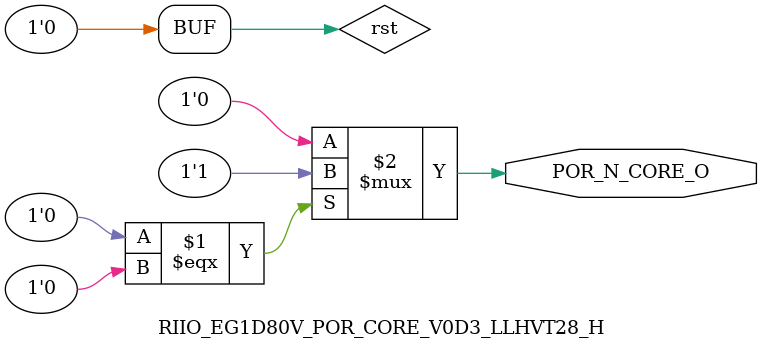
<source format=v>
`timescale 1ns/10ps
`celldefine
module RIIO_EG1D80V_POR_CORE_V0D3_LLHVT28_H(
	
		  POR_N_CORE_O
	
`ifdef USE_PG_PIN
		, VDDIO
		, VSSIO
		, VDD
		, VSS
		, VDD_POR
		, VSS_POR
`endif// USE_PG_PIN
);

	
	//outputs
output
`ifdef USE_AMS_EXTENSION
`ifdef INCA
    (* integer supplySensitivity = "VDD_POR";
	   integer groundSensitivity = "VSS_POR"; *)
`endif//INCA
`endif//USE_AMS_EXTENSION
  POR_N_CORE_O;



`ifdef USE_PG_PIN
	// supply
inout 
`ifdef USE_AMS_EXTENSION
`ifdef INCA
    (* integer inh_conn_prop_name = "vddio";
       integer inh_conn_def_value = "cds_globals.\\VDDIO! "; *)
`endif//INCA
`endif//USE_AMS_EXTENSION
  VDDIO;
inout 
`ifdef USE_AMS_EXTENSION
`ifdef INCA
    (* integer inh_conn_prop_name = "vssio";
       integer inh_conn_def_value = "cds_globals.\\VSSIO! "; *)
`endif//INCA
`endif//USE_AMS_EXTENSION
  VSSIO;
inout 
`ifdef USE_AMS_EXTENSION
`ifdef INCA
    (* integer inh_conn_prop_name = "vdd";
       integer inh_conn_def_value = "cds_globals.\\VDD! "; *)
`endif//INCA
`endif//USE_AMS_EXTENSION
  VDD;
inout 
`ifdef USE_AMS_EXTENSION
`ifdef INCA
    (* integer inh_conn_prop_name = "vss";
       integer inh_conn_def_value = "cds_globals.\\VSS! "; *)
`endif//INCA
`endif//USE_AMS_EXTENSION
  VSS;

inout 
`ifdef USE_AMS_EXTENSION
`ifdef INCA
    (* integer inh_conn_prop_name = "vdd_por";
       integer inh_conn_def_value = "cds_globals.\\VDD_POR! "; *)
`endif//INCA
`endif//USE_AMS_EXTENSION
  VDD_POR;
inout 
`ifdef USE_AMS_EXTENSION
`ifdef INCA
    (* integer inh_conn_prop_name = "vss_por";
       integer inh_conn_def_value = "cds_globals.\\VSS_POR! "; *)
`endif//INCA
`endif//USE_AMS_EXTENSION
  VSS_POR;
  
`endif// USE_PG_PIN


//////////////////////////////////////////////////////////
//MODEL
//////////////////////////////////////////////////////////

parameter DELAY = 20;

wire rst;
assign #(DELAY) rst = 1'b0;

assign POR_N_CORE_O = (rst===1'b0) ? 1'b1 : 1'b0;

endmodule
`endcelldefine

</source>
